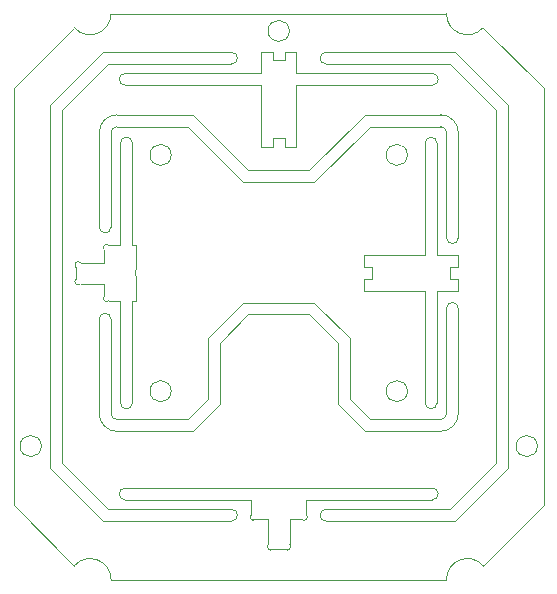
<source format=gbr>
G04 #@! TF.GenerationSoftware,KiCad,Pcbnew,6.0.1-79c1e3a40b~116~ubuntu20.04.1*
G04 #@! TF.CreationDate,2022-01-22T14:27:32+01:00*
G04 #@! TF.ProjectId,xy_stage,78795f73-7461-4676-952e-6b696361645f,rev?*
G04 #@! TF.SameCoordinates,Original*
G04 #@! TF.FileFunction,Profile,NP*
%FSLAX46Y46*%
G04 Gerber Fmt 4.6, Leading zero omitted, Abs format (unit mm)*
G04 Created by KiCad (PCBNEW 6.0.1-79c1e3a40b~116~ubuntu20.04.1) date 2022-01-22 14:27:32*
%MOMM*%
%LPD*%
G01*
G04 APERTURE LIST*
G04 #@! TA.AperFunction,Profile*
%ADD10C,0.050000*%
G04 #@! TD*
G04 APERTURE END LIST*
D10*
X117303035Y-122772310D02*
X122450000Y-117625000D01*
X122450000Y-82375000D02*
X117303035Y-77227690D01*
X122450000Y-117625000D02*
X122450000Y-82375000D01*
X85800000Y-76050023D02*
X114200000Y-76050000D01*
X96000000Y-80300000D02*
X85525000Y-80300000D01*
X87600000Y-95650000D02*
X87599999Y-87000000D01*
X86600001Y-109000000D02*
X86600001Y-100350000D01*
X87599999Y-87000000D02*
G75*
G03*
X86600001Y-87000000I-499999J0D01*
G01*
X92700000Y-111399999D02*
X86300000Y-111399999D01*
X92300000Y-110400001D02*
X86300000Y-110400001D01*
X95000000Y-109100000D02*
X95000000Y-103900000D01*
X121900000Y-112650000D02*
G75*
G03*
X121900000Y-112650000I-900000J0D01*
G01*
X86300000Y-85599999D02*
G75*
G03*
X85799999Y-86100000I0J-500001D01*
G01*
X115200000Y-86100001D02*
G75*
G03*
X113700000Y-84600001I-1500001J-1D01*
G01*
X114200001Y-86100001D02*
G75*
G03*
X113700000Y-85600000I-500001J0D01*
G01*
X113700000Y-84600001D02*
X107300000Y-84600001D01*
X113700000Y-85600000D02*
X107725000Y-85600000D01*
X92700000Y-84600000D02*
X86300000Y-84600000D01*
X115200000Y-99500000D02*
X113399999Y-99500000D01*
X107200000Y-96500000D02*
X112400001Y-96500000D01*
X102349999Y-118450001D02*
X102350000Y-117200000D01*
X96000000Y-118000001D02*
X85525000Y-118000000D01*
X104000000Y-79300001D02*
X114925000Y-79300001D01*
X104000000Y-80300001D02*
X114475000Y-80300001D01*
X114475000Y-80300000D02*
X118400000Y-84225000D01*
X118400000Y-84225000D02*
X118400000Y-114075000D01*
X114925000Y-79300000D02*
X119400000Y-83775000D01*
X119400000Y-83775000D02*
X119400000Y-114500000D01*
X114900000Y-119000000D02*
X119400000Y-114500000D01*
X104000000Y-119000000D02*
X114900000Y-119000000D01*
X114475000Y-118000000D02*
X118400000Y-114075000D01*
X104000000Y-118000000D02*
X114475000Y-118000000D01*
X85225000Y-97125000D02*
X85225000Y-96049999D01*
X101950001Y-118849999D02*
G75*
G03*
X102349999Y-118450001I199999J199999D01*
G01*
X85225001Y-99950001D02*
G75*
G03*
X85624999Y-100349999I199999J-199999D01*
G01*
X86600001Y-100350000D02*
X85624999Y-100349999D01*
X99500000Y-87300000D02*
X98500000Y-87300000D01*
X107900000Y-97500000D02*
X107900000Y-98500000D01*
X107200000Y-97500000D02*
X107900000Y-97500000D01*
X107200000Y-97500000D02*
X107200000Y-96500000D01*
X107900000Y-98500000D02*
X107200000Y-98500001D01*
X107200000Y-99500000D02*
X107200000Y-98500001D01*
X100549999Y-116200002D02*
X113000000Y-116200000D01*
X87599997Y-108999999D02*
X87599997Y-100350000D01*
X90900000Y-88000000D02*
G75*
G03*
X90900000Y-88000000I-900000J0D01*
G01*
X85799999Y-123950000D02*
G75*
G03*
X82696967Y-122772310I-1774999J1D01*
G01*
X117303035Y-122772310D02*
G75*
G03*
X114200000Y-123950000I-1328034J-1177691D01*
G01*
X87950001Y-97450001D02*
G75*
G03*
X87950001Y-98550000I2299985J-550000D01*
G01*
X87950001Y-95650001D02*
X87600000Y-95650000D01*
X87950001Y-95650001D02*
X87950001Y-97450001D01*
X100500000Y-80000000D02*
X99500000Y-80000000D01*
X86600001Y-109000000D02*
G75*
G03*
X87599999Y-109000000I499999J0D01*
G01*
X100500000Y-79300000D02*
X100500000Y-80000000D01*
X98500000Y-79300000D02*
X99499999Y-79300000D01*
X113700000Y-111400000D02*
X107300000Y-111400000D01*
X96000000Y-79300000D02*
X85125000Y-79300000D01*
X98500000Y-87300000D02*
X98500000Y-82099999D01*
X115200000Y-95000000D02*
X115199999Y-86100000D01*
X114500000Y-97500000D02*
X115200000Y-97499999D01*
X85624998Y-95650001D02*
G75*
G03*
X85225000Y-96049999I-199999J-199999D01*
G01*
X104000000Y-118000001D02*
G75*
G03*
X104000000Y-118999999I0J-499999D01*
G01*
X102600000Y-89300000D02*
X97400000Y-89300000D01*
X114200000Y-123950000D02*
X85800000Y-123950000D01*
X99500000Y-86600000D02*
X100500000Y-86600000D01*
X86600001Y-87000000D02*
X86600001Y-95650000D01*
X85100000Y-119000000D02*
X80625000Y-114525000D01*
X92700000Y-111400000D02*
X95000000Y-109100000D01*
X94000000Y-108700000D02*
X94000001Y-103500000D01*
X86300000Y-84600000D02*
G75*
G03*
X84800000Y-86100000I1J-1500001D01*
G01*
X85525000Y-118000000D02*
X81625000Y-114100000D01*
X113700000Y-110400000D02*
X107725000Y-110400000D01*
X79900000Y-112650000D02*
G75*
G03*
X79900000Y-112650000I-900000J0D01*
G01*
X101500000Y-87300000D02*
X100500000Y-87300000D01*
X94000001Y-103500000D02*
X97000000Y-100500000D01*
X97400000Y-89300000D02*
X92700000Y-84600000D01*
X82825000Y-97524999D02*
X82825001Y-98525001D01*
X97650001Y-118450001D02*
G75*
G03*
X98049999Y-118849999I199999J-199999D01*
G01*
X83225000Y-97125000D02*
G75*
G03*
X82825002Y-97524998I-199999J-199999D01*
G01*
X112400001Y-87000000D02*
X112400001Y-96500000D01*
X81625000Y-84200000D02*
X81625000Y-114100000D01*
X103000000Y-100500000D02*
X106000000Y-103500000D01*
X114500000Y-98500000D02*
X114500000Y-97500000D01*
X107300000Y-84600000D02*
X102600000Y-89300000D01*
X85799999Y-101900000D02*
X85799999Y-109900000D01*
X114200001Y-95000000D02*
G75*
G03*
X115199999Y-95000000I499999J0D01*
G01*
X112400001Y-109000000D02*
X112400001Y-99500000D01*
X85799999Y-101900000D02*
G75*
G03*
X84800001Y-101900000I-499999J0D01*
G01*
X96000000Y-118999999D02*
G75*
G03*
X96000000Y-118000001I0J499999D01*
G01*
X113700000Y-111400000D02*
G75*
G03*
X115200000Y-109900000I-1J1500001D01*
G01*
X92300000Y-110400000D02*
X94000000Y-108700000D01*
X97400000Y-101500000D02*
X95000000Y-103900000D01*
X105000000Y-109100000D02*
X105000000Y-103900000D01*
X113399999Y-109000000D02*
X113399999Y-99500000D01*
X87000000Y-116200001D02*
X99450001Y-116199999D01*
X99500000Y-87300000D02*
X99500000Y-86600000D01*
X106000000Y-103500000D02*
X106000000Y-108675000D01*
X113000000Y-117199999D02*
G75*
G03*
X113000000Y-116200001I0J499999D01*
G01*
X99524999Y-121374999D02*
X100525001Y-121374999D01*
X106000000Y-108675000D02*
X107725000Y-110400000D01*
X99125000Y-118850000D02*
X99125001Y-120975001D01*
X113000000Y-117200000D02*
X102350000Y-117200000D01*
X115200000Y-96500000D02*
X115200000Y-97499999D01*
X99450001Y-116199999D02*
G75*
G03*
X100550000Y-116199999I550000J2299985D01*
G01*
X115200000Y-98500000D02*
X115200000Y-99500000D01*
X87950001Y-100350000D02*
X87599997Y-100350000D01*
X80625000Y-83800000D02*
X80625000Y-114525000D01*
X101950001Y-118849999D02*
X100925000Y-118850000D01*
X82696967Y-77227690D02*
X77550000Y-82375000D01*
X100525001Y-121374999D02*
G75*
G03*
X100924999Y-120975001I199999J199999D01*
G01*
X84800001Y-109900000D02*
G75*
G03*
X86300000Y-111399999I1500001J2D01*
G01*
X115200000Y-98500000D02*
X114500000Y-98500000D01*
X87000000Y-81100001D02*
G75*
G03*
X87000000Y-82099999I0J-499999D01*
G01*
X87950001Y-98550000D02*
X87950001Y-100350000D01*
X113000000Y-82100000D02*
G75*
G03*
X113000000Y-81100002I0J499999D01*
G01*
X114200001Y-101000000D02*
X114200001Y-109900000D01*
X85525000Y-80300000D02*
X81625000Y-84200000D01*
X107300000Y-111400000D02*
X105000000Y-109100000D01*
X113399999Y-87000000D02*
G75*
G03*
X112400001Y-87000000I-499999J0D01*
G01*
X84800001Y-94100000D02*
G75*
G03*
X85799999Y-94100000I499999J0D01*
G01*
X87000000Y-82099999D02*
X98500000Y-82099999D01*
X90900000Y-108000000D02*
G75*
G03*
X90900000Y-108000000I-900000J0D01*
G01*
X113700000Y-110400000D02*
G75*
G03*
X114200000Y-109900000I-1J500001D01*
G01*
X113399999Y-87000000D02*
X113399999Y-96500000D01*
X85225000Y-97125000D02*
X83225000Y-97125000D01*
X102600000Y-101500000D02*
X97400000Y-101500000D01*
X115199999Y-101000000D02*
X115199999Y-109900000D01*
X110900000Y-88000000D02*
G75*
G03*
X110900000Y-88000000I-900000J0D01*
G01*
X84800001Y-94100000D02*
X84800001Y-86100000D01*
X113400000Y-96500000D02*
X115200000Y-96500000D01*
X84800001Y-101900000D02*
X84800001Y-109900000D01*
X85799999Y-109900000D02*
G75*
G03*
X86300000Y-110400001I500001J0D01*
G01*
X112400001Y-109000000D02*
G75*
G03*
X113399999Y-109000000I499999J0D01*
G01*
X114199999Y-76050000D02*
G75*
G03*
X117303035Y-77227690I1775002J1D01*
G01*
X100500000Y-79300000D02*
X101500000Y-79300000D01*
X107725000Y-85600000D02*
X103025000Y-90300000D01*
X103025000Y-90300000D02*
X97000000Y-90300000D01*
X97000000Y-100500000D02*
X103000000Y-100500000D01*
X99125001Y-120975001D02*
G75*
G03*
X99524999Y-121374999I199999J-199999D01*
G01*
X85625000Y-95650001D02*
X86600001Y-95650000D01*
X100925000Y-118850000D02*
X100924999Y-120975001D01*
X85225001Y-99950001D02*
X85225000Y-98925000D01*
X99500000Y-80000000D02*
X99499999Y-79300000D01*
X85799999Y-94100000D02*
X85799999Y-86100000D01*
X92300000Y-85600000D02*
X86300000Y-85600000D01*
X114200001Y-95000000D02*
X114200001Y-86100000D01*
X101500000Y-79300000D02*
X101500000Y-81100000D01*
X104000000Y-79300001D02*
G75*
G03*
X104000000Y-80299999I0J-499999D01*
G01*
X101500000Y-82100000D02*
X101500000Y-87300000D01*
X77550000Y-82375000D02*
X77550000Y-117625000D01*
X97650000Y-117200000D02*
X97650001Y-118450001D01*
X83224999Y-98924999D02*
X85225000Y-98925000D01*
X98500000Y-81100001D02*
X98500000Y-79300000D01*
X85125000Y-79300000D02*
X80625000Y-83800000D01*
X82696968Y-77227689D02*
G75*
G03*
X85800000Y-76050000I1328032J1177690D01*
G01*
X98049999Y-118849999D02*
X99125000Y-118850000D01*
X96000000Y-80299999D02*
G75*
G03*
X96000000Y-79300001I0J499999D01*
G01*
X105000000Y-103900000D02*
X102600000Y-101500000D01*
X87000000Y-117199999D02*
X97650000Y-117200000D01*
X115199999Y-101000000D02*
G75*
G03*
X114200001Y-101000000I-499999J0D01*
G01*
X110900000Y-108000000D02*
G75*
G03*
X110900000Y-108000000I-900000J0D01*
G01*
X96000000Y-118999999D02*
X85100000Y-119000000D01*
X97000000Y-90300000D02*
X92300000Y-85600000D01*
X100500000Y-86600000D02*
X100500000Y-87300000D01*
X113000000Y-82100000D02*
X101500000Y-82100000D01*
X87000000Y-116200001D02*
G75*
G03*
X87000000Y-117199999I0J-499999D01*
G01*
X87000000Y-81100001D02*
X98500000Y-81100001D01*
X82825001Y-98525001D02*
G75*
G03*
X83224999Y-98924999I199999J-199999D01*
G01*
X100900000Y-77500000D02*
G75*
G03*
X100900000Y-77500000I-900000J0D01*
G01*
X113000000Y-81100000D02*
X101500000Y-81100000D01*
X112400000Y-99500000D02*
X107200000Y-99500000D01*
X77550000Y-117625000D02*
X82696967Y-122772310D01*
M02*

</source>
